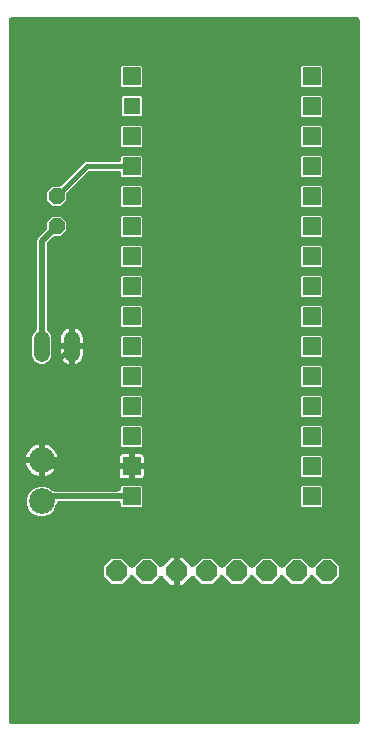
<source format=gbr>
G04 EAGLE Gerber RS-274X export*
G75*
%MOMM*%
%FSLAX34Y34*%
%LPD*%
%INTop Copper*%
%IPPOS*%
%AMOC8*
5,1,8,0,0,1.08239X$1,22.5*%
G01*
%ADD10C,2.184400*%
%ADD11P,1.924489X8X112.500000*%
%ADD12C,1.320800*%
%ADD13P,1.429621X8X112.500000*%
%ADD14R,1.508000X1.508000*%
%ADD15R,1.408000X1.408000*%
%ADD16C,0.508000*%
%ADD17C,0.406400*%

G36*
X279235Y556264D02*
X279235Y556264D01*
X279269Y556262D01*
X279458Y556284D01*
X279649Y556301D01*
X279682Y556310D01*
X279716Y556314D01*
X279899Y556369D01*
X280083Y556419D01*
X280114Y556434D01*
X280147Y556444D01*
X280318Y556531D01*
X280490Y556613D01*
X280518Y556633D01*
X280549Y556648D01*
X280701Y556764D01*
X280856Y556875D01*
X280880Y556900D01*
X280907Y556920D01*
X281036Y557060D01*
X281170Y557197D01*
X281189Y557226D01*
X281213Y557252D01*
X281315Y557413D01*
X281422Y557570D01*
X281436Y557602D01*
X281454Y557631D01*
X281527Y557808D01*
X281604Y557982D01*
X281612Y558016D01*
X281625Y558048D01*
X281665Y558235D01*
X281711Y558420D01*
X281713Y558454D01*
X281720Y558488D01*
X281739Y558800D01*
X281739Y1152400D01*
X281736Y1152435D01*
X281738Y1152469D01*
X281716Y1152658D01*
X281699Y1152849D01*
X281690Y1152882D01*
X281686Y1152916D01*
X281631Y1153099D01*
X281581Y1153283D01*
X281566Y1153314D01*
X281556Y1153347D01*
X281469Y1153518D01*
X281387Y1153690D01*
X281367Y1153718D01*
X281352Y1153749D01*
X281236Y1153901D01*
X281125Y1154056D01*
X281100Y1154080D01*
X281080Y1154107D01*
X280940Y1154236D01*
X280803Y1154370D01*
X280774Y1154389D01*
X280748Y1154413D01*
X280587Y1154515D01*
X280430Y1154622D01*
X280398Y1154636D01*
X280369Y1154654D01*
X280192Y1154727D01*
X280018Y1154804D01*
X279984Y1154812D01*
X279952Y1154825D01*
X279765Y1154865D01*
X279580Y1154911D01*
X279546Y1154913D01*
X279512Y1154920D01*
X279200Y1154939D01*
X-12700Y1154939D01*
X-12735Y1154936D01*
X-12769Y1154938D01*
X-12958Y1154916D01*
X-13149Y1154899D01*
X-13182Y1154890D01*
X-13216Y1154886D01*
X-13399Y1154831D01*
X-13583Y1154781D01*
X-13614Y1154766D01*
X-13647Y1154756D01*
X-13818Y1154669D01*
X-13990Y1154587D01*
X-14018Y1154567D01*
X-14049Y1154552D01*
X-14201Y1154436D01*
X-14356Y1154325D01*
X-14380Y1154300D01*
X-14407Y1154280D01*
X-14536Y1154140D01*
X-14670Y1154003D01*
X-14689Y1153974D01*
X-14713Y1153948D01*
X-14815Y1153787D01*
X-14922Y1153630D01*
X-14936Y1153598D01*
X-14954Y1153569D01*
X-15027Y1153392D01*
X-15104Y1153218D01*
X-15112Y1153184D01*
X-15125Y1153152D01*
X-15166Y1152965D01*
X-15211Y1152780D01*
X-15213Y1152746D01*
X-15220Y1152712D01*
X-15239Y1152400D01*
X-15239Y558800D01*
X-15236Y558765D01*
X-15238Y558731D01*
X-15216Y558542D01*
X-15199Y558351D01*
X-15190Y558318D01*
X-15186Y558284D01*
X-15131Y558101D01*
X-15081Y557917D01*
X-15066Y557886D01*
X-15056Y557853D01*
X-14969Y557682D01*
X-14887Y557510D01*
X-14867Y557482D01*
X-14852Y557451D01*
X-14736Y557299D01*
X-14625Y557144D01*
X-14600Y557120D01*
X-14580Y557093D01*
X-14440Y556964D01*
X-14303Y556830D01*
X-14274Y556811D01*
X-14248Y556787D01*
X-14087Y556685D01*
X-13930Y556578D01*
X-13898Y556564D01*
X-13869Y556546D01*
X-13692Y556473D01*
X-13518Y556396D01*
X-13484Y556388D01*
X-13452Y556375D01*
X-13265Y556335D01*
X-13080Y556289D01*
X-13046Y556287D01*
X-13012Y556280D01*
X-12700Y556261D01*
X279200Y556261D01*
X279235Y556264D01*
G37*
%LPC*%
G36*
X129539Y674369D02*
X129539Y674369D01*
X129539Y685800D01*
X129539Y697231D01*
X131735Y697231D01*
X138623Y690343D01*
X138650Y690320D01*
X138672Y690294D01*
X138822Y690176D01*
X138968Y690054D01*
X138998Y690036D01*
X139026Y690015D01*
X139193Y689925D01*
X139359Y689830D01*
X139392Y689819D01*
X139422Y689802D01*
X139603Y689743D01*
X139783Y689679D01*
X139818Y689674D01*
X139851Y689663D01*
X140040Y689637D01*
X140228Y689606D01*
X140262Y689606D01*
X140297Y689602D01*
X140488Y689610D01*
X140678Y689612D01*
X140712Y689619D01*
X140747Y689620D01*
X140933Y689661D01*
X141120Y689698D01*
X141152Y689710D01*
X141186Y689718D01*
X141362Y689791D01*
X141540Y689860D01*
X141570Y689878D01*
X141602Y689891D01*
X141761Y689995D01*
X141925Y690094D01*
X141951Y690117D01*
X141980Y690136D01*
X142214Y690343D01*
X148086Y696215D01*
X156714Y696215D01*
X163304Y689624D01*
X163331Y689602D01*
X163354Y689576D01*
X163503Y689458D01*
X163650Y689335D01*
X163680Y689318D01*
X163707Y689297D01*
X163875Y689207D01*
X164041Y689112D01*
X164073Y689100D01*
X164104Y689084D01*
X164285Y689025D01*
X164465Y688961D01*
X164499Y688955D01*
X164532Y688945D01*
X164721Y688919D01*
X164909Y688888D01*
X164944Y688888D01*
X164978Y688883D01*
X165169Y688891D01*
X165360Y688894D01*
X165394Y688900D01*
X165428Y688902D01*
X165614Y688943D01*
X165802Y688979D01*
X165834Y688992D01*
X165868Y688999D01*
X166043Y689073D01*
X166222Y689142D01*
X166251Y689160D01*
X166283Y689173D01*
X166443Y689276D01*
X166606Y689375D01*
X166632Y689398D01*
X166661Y689417D01*
X166896Y689624D01*
X173486Y696215D01*
X182114Y696215D01*
X188704Y689624D01*
X188731Y689602D01*
X188754Y689576D01*
X188903Y689458D01*
X189050Y689335D01*
X189080Y689318D01*
X189107Y689297D01*
X189275Y689207D01*
X189441Y689112D01*
X189473Y689100D01*
X189504Y689084D01*
X189685Y689025D01*
X189865Y688961D01*
X189899Y688955D01*
X189932Y688945D01*
X190121Y688919D01*
X190309Y688888D01*
X190344Y688888D01*
X190378Y688883D01*
X190569Y688891D01*
X190760Y688894D01*
X190794Y688900D01*
X190828Y688902D01*
X191014Y688943D01*
X191202Y688979D01*
X191234Y688992D01*
X191268Y688999D01*
X191443Y689073D01*
X191622Y689142D01*
X191651Y689160D01*
X191683Y689173D01*
X191843Y689276D01*
X192006Y689375D01*
X192032Y689398D01*
X192061Y689417D01*
X192296Y689624D01*
X198886Y696215D01*
X207514Y696215D01*
X214104Y689624D01*
X214131Y689602D01*
X214154Y689576D01*
X214303Y689458D01*
X214450Y689335D01*
X214480Y689318D01*
X214507Y689297D01*
X214675Y689207D01*
X214841Y689112D01*
X214873Y689100D01*
X214904Y689084D01*
X215085Y689025D01*
X215265Y688961D01*
X215299Y688955D01*
X215332Y688945D01*
X215521Y688919D01*
X215709Y688888D01*
X215744Y688888D01*
X215778Y688883D01*
X215969Y688891D01*
X216160Y688894D01*
X216194Y688900D01*
X216228Y688902D01*
X216414Y688943D01*
X216602Y688979D01*
X216634Y688992D01*
X216668Y688999D01*
X216843Y689073D01*
X217022Y689142D01*
X217051Y689160D01*
X217083Y689173D01*
X217243Y689276D01*
X217406Y689375D01*
X217432Y689398D01*
X217461Y689417D01*
X217696Y689624D01*
X224286Y696215D01*
X232914Y696215D01*
X239504Y689624D01*
X239531Y689602D01*
X239554Y689576D01*
X239703Y689458D01*
X239850Y689335D01*
X239880Y689318D01*
X239907Y689297D01*
X240075Y689207D01*
X240241Y689112D01*
X240273Y689100D01*
X240304Y689084D01*
X240485Y689025D01*
X240665Y688961D01*
X240699Y688955D01*
X240732Y688945D01*
X240921Y688919D01*
X241109Y688888D01*
X241144Y688888D01*
X241178Y688883D01*
X241369Y688891D01*
X241560Y688894D01*
X241594Y688900D01*
X241628Y688902D01*
X241814Y688943D01*
X242002Y688979D01*
X242034Y688992D01*
X242068Y688999D01*
X242243Y689073D01*
X242422Y689142D01*
X242451Y689160D01*
X242483Y689173D01*
X242643Y689276D01*
X242806Y689375D01*
X242832Y689398D01*
X242861Y689417D01*
X243096Y689624D01*
X249686Y696215D01*
X258314Y696215D01*
X264415Y690114D01*
X264415Y681486D01*
X258314Y675385D01*
X249686Y675385D01*
X243096Y681976D01*
X243069Y681998D01*
X243046Y682024D01*
X242897Y682142D01*
X242750Y682265D01*
X242720Y682282D01*
X242693Y682303D01*
X242525Y682393D01*
X242359Y682488D01*
X242327Y682500D01*
X242296Y682516D01*
X242115Y682575D01*
X241935Y682639D01*
X241901Y682645D01*
X241868Y682655D01*
X241679Y682681D01*
X241491Y682712D01*
X241456Y682712D01*
X241422Y682717D01*
X241231Y682709D01*
X241041Y682706D01*
X241006Y682700D01*
X240972Y682698D01*
X240786Y682657D01*
X240598Y682621D01*
X240566Y682608D01*
X240532Y682601D01*
X240356Y682527D01*
X240178Y682458D01*
X240149Y682440D01*
X240117Y682427D01*
X239957Y682324D01*
X239794Y682225D01*
X239768Y682202D01*
X239739Y682183D01*
X239504Y681976D01*
X232914Y675385D01*
X224286Y675385D01*
X217696Y681976D01*
X217669Y681998D01*
X217646Y682024D01*
X217497Y682142D01*
X217350Y682265D01*
X217320Y682282D01*
X217293Y682303D01*
X217125Y682393D01*
X216959Y682488D01*
X216927Y682500D01*
X216896Y682516D01*
X216715Y682575D01*
X216535Y682639D01*
X216501Y682645D01*
X216468Y682655D01*
X216279Y682681D01*
X216091Y682712D01*
X216056Y682712D01*
X216022Y682717D01*
X215831Y682709D01*
X215641Y682706D01*
X215606Y682700D01*
X215572Y682698D01*
X215386Y682657D01*
X215198Y682621D01*
X215166Y682608D01*
X215132Y682601D01*
X214956Y682527D01*
X214778Y682458D01*
X214749Y682440D01*
X214717Y682427D01*
X214557Y682324D01*
X214394Y682225D01*
X214368Y682202D01*
X214339Y682183D01*
X214104Y681976D01*
X207514Y675385D01*
X198886Y675385D01*
X192296Y681976D01*
X192269Y681998D01*
X192246Y682024D01*
X192097Y682142D01*
X191950Y682265D01*
X191920Y682282D01*
X191893Y682303D01*
X191725Y682393D01*
X191559Y682488D01*
X191527Y682500D01*
X191496Y682516D01*
X191315Y682575D01*
X191135Y682639D01*
X191101Y682645D01*
X191068Y682655D01*
X190879Y682681D01*
X190691Y682712D01*
X190656Y682712D01*
X190622Y682717D01*
X190431Y682709D01*
X190241Y682706D01*
X190206Y682700D01*
X190172Y682698D01*
X189986Y682657D01*
X189798Y682621D01*
X189766Y682608D01*
X189732Y682601D01*
X189556Y682527D01*
X189378Y682458D01*
X189349Y682440D01*
X189317Y682427D01*
X189157Y682324D01*
X188994Y682225D01*
X188968Y682202D01*
X188939Y682183D01*
X188704Y681976D01*
X182114Y675385D01*
X173486Y675385D01*
X166896Y681976D01*
X166869Y681998D01*
X166846Y682024D01*
X166697Y682142D01*
X166550Y682265D01*
X166520Y682282D01*
X166493Y682303D01*
X166325Y682393D01*
X166159Y682488D01*
X166127Y682500D01*
X166096Y682516D01*
X165915Y682575D01*
X165735Y682639D01*
X165701Y682645D01*
X165668Y682655D01*
X165479Y682681D01*
X165291Y682712D01*
X165256Y682712D01*
X165222Y682717D01*
X165031Y682709D01*
X164841Y682706D01*
X164806Y682700D01*
X164772Y682698D01*
X164586Y682657D01*
X164398Y682621D01*
X164366Y682608D01*
X164332Y682601D01*
X164156Y682527D01*
X163978Y682458D01*
X163949Y682440D01*
X163917Y682427D01*
X163757Y682324D01*
X163594Y682225D01*
X163568Y682202D01*
X163539Y682183D01*
X163304Y681976D01*
X156714Y675385D01*
X148086Y675385D01*
X142214Y681257D01*
X142187Y681280D01*
X142164Y681306D01*
X142015Y681424D01*
X141869Y681546D01*
X141839Y681564D01*
X141811Y681585D01*
X141643Y681675D01*
X141478Y681770D01*
X141445Y681781D01*
X141414Y681798D01*
X141233Y681857D01*
X141053Y681921D01*
X141019Y681926D01*
X140986Y681937D01*
X140797Y681963D01*
X140609Y681994D01*
X140575Y681994D01*
X140540Y681998D01*
X140349Y681990D01*
X140159Y681988D01*
X140125Y681981D01*
X140090Y681980D01*
X139904Y681939D01*
X139717Y681902D01*
X139685Y681890D01*
X139651Y681882D01*
X139475Y681809D01*
X139297Y681740D01*
X139267Y681722D01*
X139235Y681709D01*
X139075Y681605D01*
X138912Y681506D01*
X138886Y681483D01*
X138857Y681464D01*
X138623Y681257D01*
X131735Y674369D01*
X129539Y674369D01*
G37*
%LPD*%
%LPC*%
G36*
X11083Y861567D02*
X11083Y861567D01*
X8095Y862805D01*
X5809Y865091D01*
X4571Y868079D01*
X4571Y884521D01*
X5809Y887509D01*
X7892Y889591D01*
X7997Y889718D01*
X8109Y889838D01*
X8141Y889890D01*
X8180Y889937D01*
X8262Y890079D01*
X8350Y890218D01*
X8374Y890275D01*
X8404Y890328D01*
X8459Y890482D01*
X8521Y890635D01*
X8534Y890694D01*
X8555Y890752D01*
X8581Y890914D01*
X8616Y891075D01*
X8621Y891152D01*
X8628Y891196D01*
X8627Y891257D01*
X8635Y891387D01*
X8635Y966009D01*
X9254Y967502D01*
X16528Y974776D01*
X16633Y974902D01*
X16745Y975023D01*
X16777Y975074D01*
X16816Y975121D01*
X16898Y975264D01*
X16986Y975403D01*
X17010Y975459D01*
X17040Y975512D01*
X17095Y975667D01*
X17157Y975819D01*
X17170Y975879D01*
X17191Y975937D01*
X17217Y976099D01*
X17252Y976260D01*
X17257Y976336D01*
X17264Y976381D01*
X17263Y976442D01*
X17271Y976571D01*
X17271Y981267D01*
X22033Y986029D01*
X28767Y986029D01*
X33529Y981267D01*
X33529Y974533D01*
X28767Y969771D01*
X24071Y969771D01*
X23908Y969757D01*
X23743Y969750D01*
X23684Y969737D01*
X23623Y969731D01*
X23464Y969688D01*
X23304Y969652D01*
X23247Y969629D01*
X23189Y969613D01*
X23040Y969542D01*
X22888Y969479D01*
X22837Y969446D01*
X22782Y969419D01*
X22648Y969324D01*
X22510Y969234D01*
X22452Y969183D01*
X22416Y969157D01*
X22373Y969114D01*
X22276Y969028D01*
X17508Y964260D01*
X17412Y964145D01*
X17411Y964143D01*
X17409Y964142D01*
X17403Y964134D01*
X17291Y964013D01*
X17259Y963962D01*
X17220Y963915D01*
X17138Y963772D01*
X17050Y963633D01*
X17026Y963577D01*
X16996Y963524D01*
X16941Y963369D01*
X16879Y963217D01*
X16866Y963157D01*
X16845Y963099D01*
X16819Y962937D01*
X16784Y962776D01*
X16779Y962700D01*
X16772Y962655D01*
X16773Y962594D01*
X16765Y962465D01*
X16765Y891387D01*
X16766Y891375D01*
X16766Y891373D01*
X16767Y891361D01*
X16779Y891223D01*
X16786Y891059D01*
X16799Y890999D01*
X16805Y890938D01*
X16848Y890779D01*
X16884Y890619D01*
X16907Y890563D01*
X16923Y890504D01*
X16994Y890356D01*
X17057Y890204D01*
X17090Y890152D01*
X17117Y890097D01*
X17212Y889964D01*
X17302Y889825D01*
X17353Y889768D01*
X17379Y889731D01*
X17422Y889689D01*
X17508Y889591D01*
X19591Y887509D01*
X20829Y884521D01*
X20829Y868079D01*
X19591Y865091D01*
X17305Y862805D01*
X14317Y861567D01*
X11083Y861567D01*
G37*
%LPD*%
%LPC*%
G36*
X10224Y732553D02*
X10224Y732553D01*
X5649Y734448D01*
X2148Y737949D01*
X253Y742524D01*
X253Y747476D01*
X2148Y752051D01*
X5649Y755552D01*
X10224Y757447D01*
X15176Y757447D01*
X19751Y755552D01*
X21194Y754108D01*
X21320Y754003D01*
X21441Y753891D01*
X21492Y753859D01*
X21539Y753820D01*
X21682Y753738D01*
X21821Y753650D01*
X21877Y753626D01*
X21930Y753596D01*
X22085Y753541D01*
X22237Y753479D01*
X22297Y753466D01*
X22354Y753445D01*
X22517Y753419D01*
X22677Y753384D01*
X22755Y753379D01*
X22799Y753372D01*
X22859Y753373D01*
X22989Y753365D01*
X77296Y753365D01*
X77331Y753368D01*
X77365Y753366D01*
X77554Y753388D01*
X77745Y753405D01*
X77778Y753414D01*
X77812Y753418D01*
X77995Y753473D01*
X78179Y753523D01*
X78210Y753538D01*
X78243Y753548D01*
X78414Y753635D01*
X78586Y753717D01*
X78614Y753737D01*
X78645Y753752D01*
X78797Y753868D01*
X78952Y753979D01*
X78976Y754004D01*
X79003Y754024D01*
X79132Y754164D01*
X79266Y754301D01*
X79285Y754330D01*
X79309Y754356D01*
X79411Y754517D01*
X79518Y754674D01*
X79532Y754706D01*
X79550Y754735D01*
X79623Y754912D01*
X79700Y755086D01*
X79708Y755120D01*
X79721Y755152D01*
X79761Y755339D01*
X79807Y755524D01*
X79809Y755558D01*
X79816Y755592D01*
X79835Y755904D01*
X79835Y757472D01*
X80728Y758365D01*
X97072Y758365D01*
X97965Y757472D01*
X97965Y741128D01*
X97072Y740235D01*
X80728Y740235D01*
X79835Y741128D01*
X79835Y742696D01*
X79832Y742731D01*
X79834Y742765D01*
X79812Y742954D01*
X79795Y743145D01*
X79786Y743178D01*
X79782Y743212D01*
X79727Y743395D01*
X79677Y743579D01*
X79662Y743610D01*
X79652Y743643D01*
X79565Y743813D01*
X79483Y743986D01*
X79463Y744014D01*
X79448Y744045D01*
X79332Y744197D01*
X79221Y744352D01*
X79196Y744376D01*
X79176Y744403D01*
X79036Y744532D01*
X78899Y744666D01*
X78870Y744685D01*
X78844Y744709D01*
X78683Y744811D01*
X78526Y744918D01*
X78494Y744932D01*
X78465Y744950D01*
X78288Y745023D01*
X78114Y745100D01*
X78080Y745108D01*
X78048Y745121D01*
X77861Y745161D01*
X77676Y745207D01*
X77642Y745209D01*
X77608Y745216D01*
X77296Y745235D01*
X27686Y745235D01*
X27651Y745232D01*
X27617Y745234D01*
X27428Y745212D01*
X27237Y745195D01*
X27204Y745186D01*
X27170Y745182D01*
X26987Y745127D01*
X26803Y745077D01*
X26772Y745062D01*
X26739Y745052D01*
X26568Y744965D01*
X26396Y744883D01*
X26368Y744863D01*
X26337Y744848D01*
X26185Y744732D01*
X26030Y744621D01*
X26006Y744596D01*
X25979Y744576D01*
X25850Y744436D01*
X25716Y744299D01*
X25697Y744270D01*
X25673Y744244D01*
X25571Y744083D01*
X25464Y743926D01*
X25450Y743894D01*
X25432Y743865D01*
X25359Y743688D01*
X25282Y743514D01*
X25274Y743480D01*
X25261Y743448D01*
X25221Y743261D01*
X25175Y743076D01*
X25173Y743042D01*
X25166Y743008D01*
X25147Y742696D01*
X25147Y742524D01*
X23252Y737950D01*
X19750Y734448D01*
X15176Y732553D01*
X10224Y732553D01*
G37*
%LPD*%
%LPC*%
G36*
X22033Y995171D02*
X22033Y995171D01*
X17271Y999933D01*
X17271Y1006667D01*
X22033Y1011429D01*
X27447Y1011429D01*
X27611Y1011443D01*
X27775Y1011450D01*
X27835Y1011463D01*
X27895Y1011469D01*
X28054Y1011512D01*
X28215Y1011548D01*
X28271Y1011571D01*
X28330Y1011587D01*
X28478Y1011658D01*
X28630Y1011721D01*
X28682Y1011754D01*
X28736Y1011781D01*
X28870Y1011876D01*
X29008Y1011966D01*
X29066Y1012017D01*
X29103Y1012043D01*
X29145Y1012086D01*
X29242Y1012172D01*
X48785Y1031715D01*
X50093Y1032257D01*
X77296Y1032257D01*
X77331Y1032260D01*
X77365Y1032258D01*
X77554Y1032280D01*
X77745Y1032297D01*
X77778Y1032306D01*
X77812Y1032310D01*
X77995Y1032365D01*
X78179Y1032415D01*
X78210Y1032430D01*
X78243Y1032440D01*
X78414Y1032527D01*
X78586Y1032609D01*
X78614Y1032629D01*
X78645Y1032644D01*
X78797Y1032760D01*
X78952Y1032871D01*
X78976Y1032896D01*
X79003Y1032916D01*
X79132Y1033056D01*
X79266Y1033193D01*
X79285Y1033222D01*
X79309Y1033248D01*
X79411Y1033409D01*
X79518Y1033566D01*
X79532Y1033598D01*
X79550Y1033627D01*
X79623Y1033804D01*
X79700Y1033978D01*
X79708Y1034012D01*
X79721Y1034044D01*
X79761Y1034231D01*
X79807Y1034416D01*
X79809Y1034450D01*
X79816Y1034484D01*
X79835Y1034796D01*
X79835Y1036872D01*
X80728Y1037765D01*
X97072Y1037765D01*
X97965Y1036872D01*
X97965Y1020528D01*
X97072Y1019635D01*
X80728Y1019635D01*
X79835Y1020528D01*
X79835Y1022604D01*
X79832Y1022639D01*
X79834Y1022673D01*
X79812Y1022862D01*
X79795Y1023053D01*
X79786Y1023086D01*
X79782Y1023120D01*
X79727Y1023303D01*
X79677Y1023487D01*
X79662Y1023518D01*
X79652Y1023551D01*
X79565Y1023722D01*
X79483Y1023894D01*
X79463Y1023922D01*
X79448Y1023953D01*
X79332Y1024105D01*
X79221Y1024260D01*
X79196Y1024284D01*
X79176Y1024311D01*
X79036Y1024440D01*
X78899Y1024574D01*
X78870Y1024593D01*
X78844Y1024617D01*
X78683Y1024719D01*
X78526Y1024826D01*
X78494Y1024840D01*
X78465Y1024858D01*
X78288Y1024931D01*
X78114Y1025008D01*
X78080Y1025016D01*
X78048Y1025029D01*
X77861Y1025069D01*
X77676Y1025115D01*
X77642Y1025117D01*
X77608Y1025124D01*
X77296Y1025143D01*
X53325Y1025143D01*
X53161Y1025129D01*
X52997Y1025122D01*
X52937Y1025109D01*
X52877Y1025103D01*
X52718Y1025060D01*
X52557Y1025024D01*
X52501Y1025001D01*
X52442Y1024985D01*
X52294Y1024914D01*
X52142Y1024851D01*
X52090Y1024818D01*
X52036Y1024791D01*
X51902Y1024696D01*
X51764Y1024606D01*
X51706Y1024555D01*
X51669Y1024529D01*
X51627Y1024486D01*
X51530Y1024400D01*
X34272Y1007142D01*
X34167Y1007016D01*
X34055Y1006895D01*
X34023Y1006844D01*
X33984Y1006797D01*
X33902Y1006654D01*
X33814Y1006516D01*
X33790Y1006459D01*
X33760Y1006406D01*
X33705Y1006251D01*
X33643Y1006099D01*
X33630Y1006039D01*
X33609Y1005982D01*
X33583Y1005820D01*
X33548Y1005659D01*
X33543Y1005582D01*
X33536Y1005538D01*
X33537Y1005477D01*
X33529Y1005347D01*
X33529Y999933D01*
X28767Y995171D01*
X22033Y995171D01*
G37*
%LPD*%
%LPC*%
G36*
X122265Y674369D02*
X122265Y674369D01*
X115377Y681257D01*
X115350Y681280D01*
X115328Y681306D01*
X115178Y681424D01*
X115032Y681546D01*
X115002Y681564D01*
X114974Y681585D01*
X114807Y681675D01*
X114641Y681770D01*
X114608Y681781D01*
X114578Y681798D01*
X114397Y681857D01*
X114217Y681921D01*
X114182Y681926D01*
X114149Y681937D01*
X113960Y681963D01*
X113772Y681994D01*
X113738Y681994D01*
X113703Y681998D01*
X113512Y681990D01*
X113322Y681988D01*
X113288Y681981D01*
X113253Y681980D01*
X113067Y681939D01*
X112880Y681902D01*
X112848Y681890D01*
X112814Y681882D01*
X112638Y681809D01*
X112460Y681740D01*
X112430Y681722D01*
X112398Y681709D01*
X112239Y681605D01*
X112075Y681506D01*
X112049Y681483D01*
X112020Y681464D01*
X111786Y681257D01*
X105914Y675385D01*
X97286Y675385D01*
X90696Y681976D01*
X90669Y681998D01*
X90646Y682024D01*
X90497Y682142D01*
X90350Y682265D01*
X90320Y682282D01*
X90293Y682303D01*
X90125Y682393D01*
X89959Y682488D01*
X89927Y682500D01*
X89896Y682516D01*
X89715Y682575D01*
X89535Y682639D01*
X89501Y682645D01*
X89468Y682655D01*
X89279Y682681D01*
X89091Y682712D01*
X89056Y682712D01*
X89022Y682717D01*
X88831Y682709D01*
X88641Y682706D01*
X88606Y682700D01*
X88572Y682698D01*
X88386Y682657D01*
X88198Y682621D01*
X88166Y682608D01*
X88132Y682601D01*
X87956Y682527D01*
X87778Y682458D01*
X87749Y682440D01*
X87717Y682427D01*
X87557Y682324D01*
X87394Y682225D01*
X87368Y682202D01*
X87339Y682183D01*
X87104Y681976D01*
X80514Y675385D01*
X71886Y675385D01*
X65785Y681486D01*
X65785Y690114D01*
X71886Y696215D01*
X80514Y696215D01*
X87104Y689624D01*
X87131Y689602D01*
X87154Y689576D01*
X87303Y689458D01*
X87450Y689335D01*
X87480Y689318D01*
X87507Y689297D01*
X87675Y689207D01*
X87841Y689112D01*
X87873Y689100D01*
X87904Y689084D01*
X88085Y689025D01*
X88265Y688961D01*
X88299Y688955D01*
X88332Y688945D01*
X88521Y688919D01*
X88709Y688888D01*
X88744Y688888D01*
X88778Y688883D01*
X88969Y688891D01*
X89160Y688894D01*
X89194Y688900D01*
X89228Y688902D01*
X89414Y688943D01*
X89602Y688979D01*
X89634Y688992D01*
X89668Y688999D01*
X89843Y689073D01*
X90022Y689142D01*
X90051Y689160D01*
X90083Y689173D01*
X90243Y689276D01*
X90406Y689375D01*
X90432Y689398D01*
X90461Y689417D01*
X90696Y689624D01*
X97286Y696215D01*
X105914Y696215D01*
X111786Y690343D01*
X111813Y690320D01*
X111836Y690294D01*
X111985Y690176D01*
X112131Y690054D01*
X112161Y690036D01*
X112189Y690015D01*
X112357Y689925D01*
X112522Y689830D01*
X112555Y689819D01*
X112586Y689802D01*
X112767Y689743D01*
X112947Y689679D01*
X112981Y689674D01*
X113014Y689663D01*
X113203Y689637D01*
X113391Y689606D01*
X113425Y689606D01*
X113460Y689602D01*
X113651Y689610D01*
X113841Y689612D01*
X113875Y689619D01*
X113910Y689620D01*
X114096Y689661D01*
X114283Y689698D01*
X114315Y689710D01*
X114349Y689718D01*
X114525Y689791D01*
X114703Y689860D01*
X114733Y689878D01*
X114765Y689891D01*
X114925Y689995D01*
X115088Y690094D01*
X115114Y690117D01*
X115143Y690136D01*
X115377Y690343D01*
X122265Y697231D01*
X124461Y697231D01*
X124461Y685800D01*
X124461Y674369D01*
X122265Y674369D01*
G37*
%LPD*%
%LPC*%
G36*
X233128Y892635D02*
X233128Y892635D01*
X232235Y893528D01*
X232235Y909872D01*
X233128Y910765D01*
X249472Y910765D01*
X250365Y909872D01*
X250365Y893528D01*
X249472Y892635D01*
X233128Y892635D01*
G37*
%LPD*%
%LPC*%
G36*
X233128Y867235D02*
X233128Y867235D01*
X232235Y868128D01*
X232235Y884472D01*
X233128Y885365D01*
X249472Y885365D01*
X250365Y884472D01*
X250365Y868128D01*
X249472Y867235D01*
X233128Y867235D01*
G37*
%LPD*%
%LPC*%
G36*
X80728Y892635D02*
X80728Y892635D01*
X79835Y893528D01*
X79835Y909872D01*
X80728Y910765D01*
X97072Y910765D01*
X97965Y909872D01*
X97965Y893528D01*
X97072Y892635D01*
X80728Y892635D01*
G37*
%LPD*%
%LPC*%
G36*
X80728Y867235D02*
X80728Y867235D01*
X79835Y868128D01*
X79835Y884472D01*
X80728Y885365D01*
X97072Y885365D01*
X97965Y884472D01*
X97965Y868128D01*
X97072Y867235D01*
X80728Y867235D01*
G37*
%LPD*%
%LPC*%
G36*
X233128Y841835D02*
X233128Y841835D01*
X232235Y842728D01*
X232235Y859072D01*
X233128Y859965D01*
X249472Y859965D01*
X250365Y859072D01*
X250365Y842728D01*
X249472Y841835D01*
X233128Y841835D01*
G37*
%LPD*%
%LPC*%
G36*
X80728Y841835D02*
X80728Y841835D01*
X79835Y842728D01*
X79835Y859072D01*
X80728Y859965D01*
X97072Y859965D01*
X97965Y859072D01*
X97965Y842728D01*
X97072Y841835D01*
X80728Y841835D01*
G37*
%LPD*%
%LPC*%
G36*
X233128Y816435D02*
X233128Y816435D01*
X232235Y817328D01*
X232235Y833672D01*
X233128Y834565D01*
X249472Y834565D01*
X250365Y833672D01*
X250365Y817328D01*
X249472Y816435D01*
X233128Y816435D01*
G37*
%LPD*%
%LPC*%
G36*
X80728Y816435D02*
X80728Y816435D01*
X79835Y817328D01*
X79835Y833672D01*
X80728Y834565D01*
X97072Y834565D01*
X97965Y833672D01*
X97965Y817328D01*
X97072Y816435D01*
X80728Y816435D01*
G37*
%LPD*%
%LPC*%
G36*
X233128Y791035D02*
X233128Y791035D01*
X232235Y791928D01*
X232235Y808272D01*
X233128Y809165D01*
X249472Y809165D01*
X250365Y808272D01*
X250365Y791928D01*
X249472Y791035D01*
X233128Y791035D01*
G37*
%LPD*%
%LPC*%
G36*
X80728Y791035D02*
X80728Y791035D01*
X79835Y791928D01*
X79835Y808272D01*
X80728Y809165D01*
X97072Y809165D01*
X97965Y808272D01*
X97965Y791928D01*
X97072Y791035D01*
X80728Y791035D01*
G37*
%LPD*%
%LPC*%
G36*
X233128Y765635D02*
X233128Y765635D01*
X232235Y766528D01*
X232235Y782872D01*
X233128Y783765D01*
X249472Y783765D01*
X250365Y782872D01*
X250365Y766528D01*
X249472Y765635D01*
X233128Y765635D01*
G37*
%LPD*%
%LPC*%
G36*
X233128Y740235D02*
X233128Y740235D01*
X232235Y741128D01*
X232235Y757472D01*
X233128Y758365D01*
X249472Y758365D01*
X250365Y757472D01*
X250365Y741128D01*
X249472Y740235D01*
X233128Y740235D01*
G37*
%LPD*%
%LPC*%
G36*
X80728Y1045035D02*
X80728Y1045035D01*
X79835Y1045928D01*
X79835Y1062272D01*
X80728Y1063165D01*
X97072Y1063165D01*
X97965Y1062272D01*
X97965Y1045928D01*
X97072Y1045035D01*
X80728Y1045035D01*
G37*
%LPD*%
%LPC*%
G36*
X233128Y1095835D02*
X233128Y1095835D01*
X232235Y1096728D01*
X232235Y1113072D01*
X233128Y1113965D01*
X249472Y1113965D01*
X250365Y1113072D01*
X250365Y1096728D01*
X249472Y1095835D01*
X233128Y1095835D01*
G37*
%LPD*%
%LPC*%
G36*
X80728Y1095835D02*
X80728Y1095835D01*
X79835Y1096728D01*
X79835Y1113072D01*
X80728Y1113965D01*
X97072Y1113965D01*
X97965Y1113072D01*
X97965Y1096728D01*
X97072Y1095835D01*
X80728Y1095835D01*
G37*
%LPD*%
%LPC*%
G36*
X233128Y1070435D02*
X233128Y1070435D01*
X232235Y1071328D01*
X232235Y1087672D01*
X233128Y1088565D01*
X249472Y1088565D01*
X250365Y1087672D01*
X250365Y1071328D01*
X249472Y1070435D01*
X233128Y1070435D01*
G37*
%LPD*%
%LPC*%
G36*
X233128Y1045035D02*
X233128Y1045035D01*
X232235Y1045928D01*
X232235Y1062272D01*
X233128Y1063165D01*
X249472Y1063165D01*
X250365Y1062272D01*
X250365Y1045928D01*
X249472Y1045035D01*
X233128Y1045035D01*
G37*
%LPD*%
%LPC*%
G36*
X80728Y918035D02*
X80728Y918035D01*
X79835Y918928D01*
X79835Y935272D01*
X80728Y936165D01*
X97072Y936165D01*
X97965Y935272D01*
X97965Y918928D01*
X97072Y918035D01*
X80728Y918035D01*
G37*
%LPD*%
%LPC*%
G36*
X233128Y1019635D02*
X233128Y1019635D01*
X232235Y1020528D01*
X232235Y1036872D01*
X233128Y1037765D01*
X249472Y1037765D01*
X250365Y1036872D01*
X250365Y1020528D01*
X249472Y1019635D01*
X233128Y1019635D01*
G37*
%LPD*%
%LPC*%
G36*
X233128Y994235D02*
X233128Y994235D01*
X232235Y995128D01*
X232235Y1011472D01*
X233128Y1012365D01*
X249472Y1012365D01*
X250365Y1011472D01*
X250365Y995128D01*
X249472Y994235D01*
X233128Y994235D01*
G37*
%LPD*%
%LPC*%
G36*
X80728Y994235D02*
X80728Y994235D01*
X79835Y995128D01*
X79835Y1011472D01*
X80728Y1012365D01*
X97072Y1012365D01*
X97965Y1011472D01*
X97965Y995128D01*
X97072Y994235D01*
X80728Y994235D01*
G37*
%LPD*%
%LPC*%
G36*
X80728Y943435D02*
X80728Y943435D01*
X79835Y944328D01*
X79835Y960672D01*
X80728Y961565D01*
X97072Y961565D01*
X97965Y960672D01*
X97965Y944328D01*
X97072Y943435D01*
X80728Y943435D01*
G37*
%LPD*%
%LPC*%
G36*
X233128Y918035D02*
X233128Y918035D01*
X232235Y918928D01*
X232235Y935272D01*
X233128Y936165D01*
X249472Y936165D01*
X250365Y935272D01*
X250365Y918928D01*
X249472Y918035D01*
X233128Y918035D01*
G37*
%LPD*%
%LPC*%
G36*
X233128Y968835D02*
X233128Y968835D01*
X232235Y969728D01*
X232235Y986072D01*
X233128Y986965D01*
X249472Y986965D01*
X250365Y986072D01*
X250365Y969728D01*
X249472Y968835D01*
X233128Y968835D01*
G37*
%LPD*%
%LPC*%
G36*
X233128Y943435D02*
X233128Y943435D01*
X232235Y944328D01*
X232235Y960672D01*
X233128Y961565D01*
X249472Y961565D01*
X250365Y960672D01*
X250365Y944328D01*
X249472Y943435D01*
X233128Y943435D01*
G37*
%LPD*%
%LPC*%
G36*
X80728Y968835D02*
X80728Y968835D01*
X79835Y969728D01*
X79835Y986072D01*
X80728Y986965D01*
X97072Y986965D01*
X97965Y986072D01*
X97965Y969728D01*
X97072Y968835D01*
X80728Y968835D01*
G37*
%LPD*%
%LPC*%
G36*
X81228Y1070935D02*
X81228Y1070935D01*
X80335Y1071828D01*
X80335Y1087172D01*
X81228Y1088065D01*
X96572Y1088065D01*
X97465Y1087172D01*
X97465Y1071828D01*
X96572Y1070935D01*
X81228Y1070935D01*
G37*
%LPD*%
%LPC*%
G36*
X15239Y782539D02*
X15239Y782539D01*
X15239Y793228D01*
X15853Y793131D01*
X17868Y792476D01*
X19756Y791514D01*
X21470Y790269D01*
X22969Y788770D01*
X24214Y787056D01*
X25176Y785168D01*
X25831Y783153D01*
X25928Y782539D01*
X15239Y782539D01*
G37*
%LPD*%
%LPC*%
G36*
X15239Y777461D02*
X15239Y777461D01*
X25928Y777461D01*
X25831Y776847D01*
X25176Y774832D01*
X24214Y772944D01*
X22969Y771230D01*
X21470Y769731D01*
X19756Y768486D01*
X17868Y767524D01*
X15853Y766869D01*
X15239Y766772D01*
X15239Y777461D01*
G37*
%LPD*%
%LPC*%
G36*
X-528Y782539D02*
X-528Y782539D01*
X-431Y783153D01*
X224Y785168D01*
X1186Y787056D01*
X2431Y788770D01*
X3930Y790269D01*
X5644Y791514D01*
X7532Y792476D01*
X9547Y793131D01*
X10161Y793228D01*
X10161Y782539D01*
X-528Y782539D01*
G37*
%LPD*%
%LPC*%
G36*
X9547Y766869D02*
X9547Y766869D01*
X7532Y767524D01*
X5644Y768486D01*
X3930Y769731D01*
X2431Y771230D01*
X1186Y772944D01*
X224Y774832D01*
X-431Y776847D01*
X-528Y777461D01*
X10161Y777461D01*
X10161Y766772D01*
X9547Y766869D01*
G37*
%LPD*%
%LPC*%
G36*
X40639Y878839D02*
X40639Y878839D01*
X40639Y891694D01*
X41610Y891379D01*
X42893Y890725D01*
X44057Y889879D01*
X45075Y888861D01*
X45921Y887697D01*
X46575Y886414D01*
X47020Y885046D01*
X47245Y883624D01*
X47245Y878839D01*
X40639Y878839D01*
G37*
%LPD*%
%LPC*%
G36*
X40639Y873761D02*
X40639Y873761D01*
X47245Y873761D01*
X47245Y868976D01*
X47020Y867554D01*
X46575Y866186D01*
X45921Y864903D01*
X45075Y863739D01*
X44057Y862721D01*
X42893Y861875D01*
X41610Y861221D01*
X40639Y860906D01*
X40639Y873761D01*
G37*
%LPD*%
%LPC*%
G36*
X28955Y878839D02*
X28955Y878839D01*
X28955Y883624D01*
X29180Y885046D01*
X29625Y886414D01*
X30279Y887697D01*
X31125Y888861D01*
X32143Y889879D01*
X33307Y890725D01*
X34590Y891379D01*
X35561Y891694D01*
X35561Y878839D01*
X28955Y878839D01*
G37*
%LPD*%
%LPC*%
G36*
X34590Y861221D02*
X34590Y861221D01*
X33307Y861875D01*
X32143Y862721D01*
X31125Y863739D01*
X30279Y864903D01*
X29625Y866186D01*
X29180Y867554D01*
X28955Y868976D01*
X28955Y873761D01*
X35561Y873761D01*
X35561Y860906D01*
X34590Y861221D01*
G37*
%LPD*%
%LPC*%
G36*
X91439Y777239D02*
X91439Y777239D01*
X91439Y784781D01*
X96775Y784781D01*
X97421Y784608D01*
X98000Y784273D01*
X98473Y783800D01*
X98808Y783221D01*
X98981Y782575D01*
X98981Y777239D01*
X91439Y777239D01*
G37*
%LPD*%
%LPC*%
G36*
X78819Y777239D02*
X78819Y777239D01*
X78819Y782575D01*
X78992Y783221D01*
X79327Y783800D01*
X79800Y784273D01*
X80379Y784608D01*
X81025Y784781D01*
X86361Y784781D01*
X86361Y777239D01*
X78819Y777239D01*
G37*
%LPD*%
%LPC*%
G36*
X91439Y764619D02*
X91439Y764619D01*
X91439Y772161D01*
X98981Y772161D01*
X98981Y766825D01*
X98808Y766179D01*
X98473Y765600D01*
X98000Y765127D01*
X97421Y764792D01*
X96775Y764619D01*
X91439Y764619D01*
G37*
%LPD*%
%LPC*%
G36*
X81025Y764619D02*
X81025Y764619D01*
X80379Y764792D01*
X79800Y765127D01*
X79327Y765600D01*
X78992Y766179D01*
X78819Y766825D01*
X78819Y772161D01*
X86361Y772161D01*
X86361Y764619D01*
X81025Y764619D01*
G37*
%LPD*%
D10*
X12700Y780000D03*
X12700Y745000D03*
D11*
X254000Y685800D03*
X228600Y685800D03*
X203200Y685800D03*
X177800Y685800D03*
X152400Y685800D03*
X127000Y685800D03*
X101600Y685800D03*
X76200Y685800D03*
D12*
X38100Y869696D02*
X38100Y882904D01*
X12700Y882904D02*
X12700Y869696D01*
D13*
X25400Y977900D03*
X25400Y1003300D03*
D14*
X241300Y1104900D03*
X241300Y1079500D03*
X241300Y1054100D03*
X241300Y1028700D03*
X241300Y1003300D03*
X241300Y977900D03*
X241300Y952500D03*
X241300Y927100D03*
X241300Y901700D03*
X241300Y876300D03*
X241300Y850900D03*
X241300Y825500D03*
X241300Y800100D03*
X241300Y774700D03*
X241300Y749300D03*
X88900Y1104900D03*
D15*
X88900Y1079500D03*
D14*
X88900Y1054100D03*
X88900Y1028700D03*
X88900Y1003300D03*
X88900Y977900D03*
X88900Y952500D03*
X88900Y927100D03*
X88900Y901700D03*
X88900Y876300D03*
X88900Y850900D03*
X88900Y825500D03*
X88900Y800100D03*
X88900Y774700D03*
X88900Y749300D03*
D16*
X127000Y762000D02*
X127000Y685800D01*
X127000Y762000D02*
X114300Y774700D01*
X88900Y774700D01*
X18000Y774700D01*
X12700Y780000D01*
D17*
X12700Y850900D02*
X38100Y876300D01*
X12700Y850900D02*
X12700Y780000D01*
D16*
X12700Y876300D02*
X12700Y965200D01*
X25400Y977900D01*
X17000Y749300D02*
X12700Y745000D01*
X17000Y749300D02*
X88900Y749300D01*
D17*
X25400Y1003300D02*
X50800Y1028700D01*
X88900Y1028700D01*
M02*

</source>
